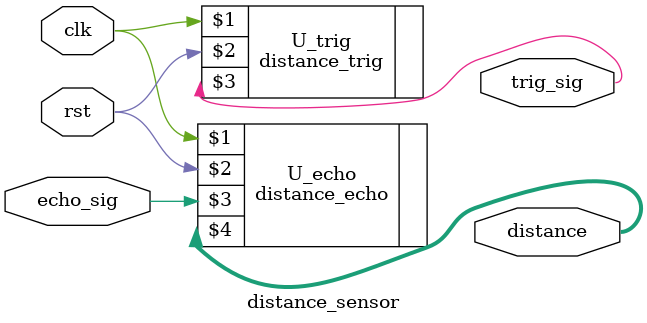
<source format=v>
module distance_sensor(
clk,rst,echo_sig,trig_sig,distance
    );
     input clk,rst;
     input echo_sig;
     output wire trig_sig;
     output wire [15:0]distance;
     distance_trig  U_trig(clk,rst,trig_sig);
     distance_echo U_echo(clk,rst,echo_sig,distance);

endmodule

</source>
